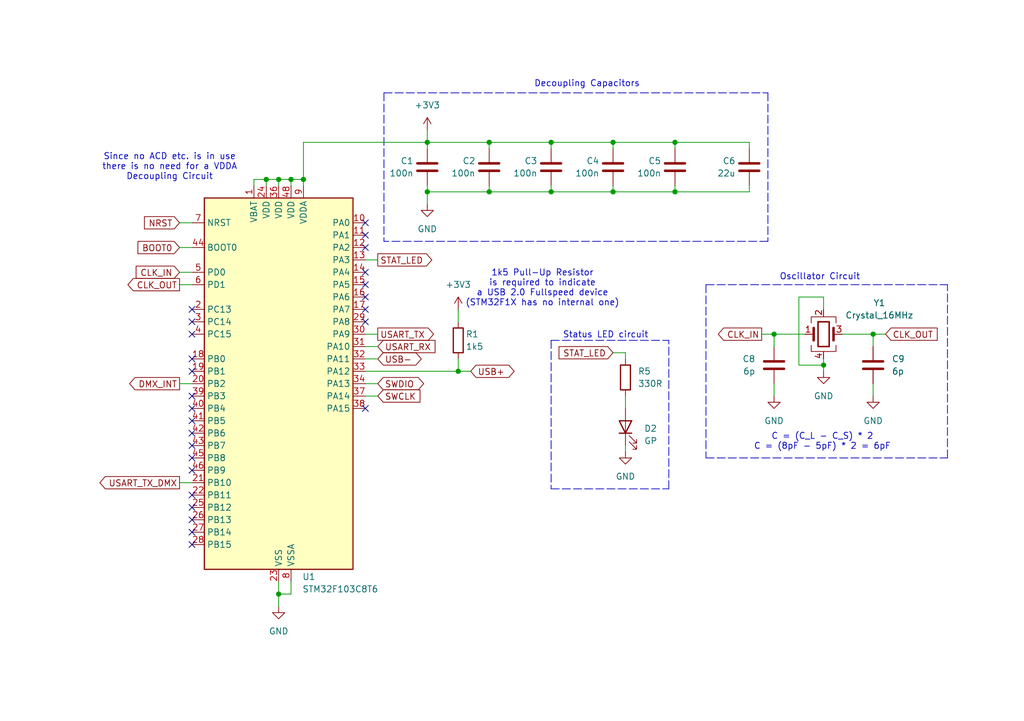
<source format=kicad_sch>
(kicad_sch (version 20250114) (generator "eeschema") (generator_version "9.0")
  (paper "A5")
  (title_block (title "MCU") (date "2025-03-21") (rev "1.0.0") (company "sauer-solutions"))
  (lib_symbols
    (symbol "Device:C" (pin_numbers (hide yes)) (pin_names (offset 0.254))
      (property "Reference" "C" (at 0.635 2.54 0))
      (property "Value" "C" (at 0.635 -2.54 0))
      (symbol "C_0_1"
        (polyline (pts (xy -2.032 0.762) (xy 2.032 0.762)) (stroke (width 0.508)))
        (polyline (pts (xy -2.032 -0.762) (xy 2.032 -0.762)) (stroke (width 0.508)))
      )
      (symbol "C_1_1"
        (pin passive line (at 0 3.81 270) (length 2.794) (name "~") (number "1"))
        (pin passive line (at 0 -3.81 90) (length 2.794) (name "~") (number "2"))
      )
    )
    (symbol "Device:Crystal_GND24" (pin_names (offset 1.016) (hide yes))
      (property "Reference" "Y" (at 3.175 5.08 0))
      (property "Value" "Crystal_GND24" (at 3.175 3.175 0))
      (symbol "Crystal_GND24_0_1"
        (polyline (pts (xy -2.54 2.286) (xy -2.54 3.556) (xy 2.54 3.556) (xy 2.54 2.286)))
        (polyline (pts (xy -2.54 0) (xy -2.032 0)))
        (polyline (pts (xy -2.54 -2.286) (xy -2.54 -3.556) (xy 2.54 -3.556) (xy 2.54 -2.286)))
        (polyline (pts (xy -2.032 -1.27) (xy -2.032 1.27)) (stroke (width 0.508)))
        (rectangle (start -1.143 2.54) (end 1.143 -2.54) (stroke (width 0.3048)))
        (polyline (pts (xy 0 3.556) (xy 0 3.81)))
        (polyline (pts (xy 0 -3.81) (xy 0 -3.556)))
        (polyline (pts (xy 2.032 0) (xy 2.54 0)))
        (polyline (pts (xy 2.032 -1.27) (xy 2.032 1.27)) (stroke (width 0.508)))
      )
      (symbol "Crystal_GND24_1_1"
        (pin passive line (at -3.81 0 0) (length 1.27) (name "1") (number "1"))
        (pin passive line (at 0 5.08 270) (length 1.27) (name "2") (number "2"))
        (pin passive line (at 0 -5.08 90) (length 1.27) (name "4") (number "4"))
        (pin passive line (at 3.81 0 180) (length 1.27) (name "3") (number "3"))
      )
    )
    (symbol "Device:LED" (pin_numbers (hide yes)) (pin_names (offset 1.016) (hide yes))
      (property "Reference" "D" (at 0 2.54 0))
      (property "Value" "LED" (at 0 -2.54 0))
      (symbol "LED_0_1"
        (polyline (pts (xy -3.048 -0.762) (xy -4.572 -2.286) (xy -3.81 -2.286) (xy -4.572 -2.286) (xy -4.572 -1.524)))
        (polyline (pts (xy -1.778 -0.762) (xy -3.302 -2.286) (xy -2.54 -2.286) (xy -3.302 -2.286) (xy -3.302 -1.524)))
        (polyline (pts (xy -1.27 0) (xy 1.27 0)))
        (polyline (pts (xy -1.27 -1.27) (xy -1.27 1.27)) (stroke (width 0.254)))
        (polyline (pts (xy 1.27 -1.27) (xy 1.27 1.27) (xy -1.27 0) (xy 1.27 -1.27)) (stroke (width 0.254)))
      )
      (symbol "LED_1_1"
        (pin passive line (at -3.81 0 0) (length 2.54) (name "K") (number "1"))
        (pin passive line (at 3.81 0 180) (length 2.54) (name "A") (number "2"))
      )
    )
    (symbol "Device:R" (pin_numbers (hide yes)) (pin_names (offset 0))
      (property "Reference" "R" (at 2.032 0 90))
      (property "Value" "R" (at 0 0 90))
      (symbol "R_0_1"
        (rectangle (start -1.016 -2.54) (end 1.016 2.54) (stroke (width 0.254)))
      )
      (symbol "R_1_1"
        (pin passive line (at 0 3.81 270) (length 1.27) (name "~") (number "1"))
        (pin passive line (at 0 -3.81 90) (length 1.27) (name "~") (number "2"))
      )
    )
    (symbol "MCU_ST_STM32F1:STM32F103C8Tx"
      (property "Reference" "U" (at -15.24 39.37 0))
      (property "Value" "STM32F103C8Tx" (at 7.62 39.37 0))
      (symbol "STM32F103C8Tx_0_1"
        (rectangle (start -15.24 -38.1) (end 15.24 38.1) (stroke (width 0.254)) (fill (type background)))
      )
      (symbol "STM32F103C8Tx_1_1"
        (pin input line (at -17.78 33.02 0) (length 2.54) (name "NRST") (number "7"))
        (pin input line (at -17.78 27.94 0) (length 2.54) (name "BOOT0") (number "44"))
        (pin bidirectional line (at -17.78 22.86 0) (length 2.54) (name "PD0") (number "5"))
        (pin bidirectional line (at -17.78 20.32 0) (length 2.54) (name "PD1") (number "6"))
        (pin bidirectional line (at -17.78 15.24 0) (length 2.54) (name "PC13") (number "2"))
        (pin bidirectional line (at -17.78 12.7 0) (length 2.54) (name "PC14") (number "3"))
        (pin bidirectional line (at -17.78 10.16 0) (length 2.54) (name "PC15") (number "4"))
        (pin bidirectional line (at -17.78 5.08 0) (length 2.54) (name "PB0") (number "18"))
        (pin bidirectional line (at -17.78 2.54 0) (length 2.54) (name "PB1") (number "19"))
        (pin bidirectional line (at -17.78 0 0) (length 2.54) (name "PB2") (number "20"))
        (pin bidirectional line (at -17.78 -2.54 0) (length 2.54) (name "PB3") (number "39"))
        (pin bidirectional line (at -17.78 -5.08 0) (length 2.54) (name "PB4") (number "40"))
        (pin bidirectional line (at -17.78 -7.62 0) (length 2.54) (name "PB5") (number "41"))
        (pin bidirectional line (at -17.78 -10.16 0) (length 2.54) (name "PB6") (number "42"))
        (pin bidirectional line (at -17.78 -12.7 0) (length 2.54) (name "PB7") (number "43"))
        (pin bidirectional line (at -17.78 -15.24 0) (length 2.54) (name "PB8") (number "45"))
        (pin bidirectional line (at -17.78 -17.78 0) (length 2.54) (name "PB9") (number "46"))
        (pin bidirectional line (at -17.78 -20.32 0) (length 2.54) (name "PB10") (number "21"))
        (pin bidirectional line (at -17.78 -22.86 0) (length 2.54) (name "PB11") (number "22"))
        (pin bidirectional line (at -17.78 -25.4 0) (length 2.54) (name "PB12") (number "25"))
        (pin bidirectional line (at -17.78 -27.94 0) (length 2.54) (name "PB13") (number "26"))
        (pin bidirectional line (at -17.78 -30.48 0) (length 2.54) (name "PB14") (number "27"))
        (pin bidirectional line (at -17.78 -33.02 0) (length 2.54) (name "PB15") (number "28"))
        (pin power_in line (at -5.08 40.64 270) (length 2.54) (name "VBAT") (number "1"))
        (pin power_in line (at -2.54 40.64 270) (length 2.54) (name "VDD") (number "24"))
        (pin power_in line (at 0 40.64 270) (length 2.54) (name "VDD") (number "36"))
        (pin power_in line (at 0 -40.64 90) (length 2.54) (name "VSS") (number "23"))
        (pin passive line (at 0 -40.64 90) (length 2.54) (hide yes) (name "VSS") (number "35"))
        (pin passive line (at 0 -40.64 90) (length 2.54) (hide yes) (name "VSS") (number "47"))
        (pin power_in line (at 2.54 40.64 270) (length 2.54) (name "VDD") (number "48"))
        (pin power_in line (at 2.54 -40.64 90) (length 2.54) (name "VSSA") (number "8"))
        (pin power_in line (at 5.08 40.64 270) (length 2.54) (name "VDDA") (number "9"))
        (pin bidirectional line (at 17.78 33.02 180) (length 2.54) (name "PA0") (number "10"))
        (pin bidirectional line (at 17.78 30.48 180) (length 2.54) (name "PA1") (number "11"))
        (pin bidirectional line (at 17.78 27.94 180) (length 2.54) (name "PA2") (number "12"))
        (pin bidirectional line (at 17.78 25.4 180) (length 2.54) (name "PA3") (number "13"))
        (pin bidirectional line (at 17.78 22.86 180) (length 2.54) (name "PA4") (number "14"))
        (pin bidirectional line (at 17.78 20.32 180) (length 2.54) (name "PA5") (number "15"))
        (pin bidirectional line (at 17.78 17.78 180) (length 2.54) (name "PA6") (number "16"))
        (pin bidirectional line (at 17.78 15.24 180) (length 2.54) (name "PA7") (number "17"))
        (pin bidirectional line (at 17.78 12.7 180) (length 2.54) (name "PA8") (number "29"))
        (pin bidirectional line (at 17.78 10.16 180) (length 2.54) (name "PA9") (number "30"))
        (pin bidirectional line (at 17.78 7.62 180) (length 2.54) (name "PA10") (number "31"))
        (pin bidirectional line (at 17.78 5.08 180) (length 2.54) (name "PA11") (number "32"))
        (pin bidirectional line (at 17.78 2.54 180) (length 2.54) (name "PA12") (number "33"))
        (pin bidirectional line (at 17.78 0 180) (length 2.54) (name "PA13") (number "34"))
        (pin bidirectional line (at 17.78 -2.54 180) (length 2.54) (name "PA14") (number "37"))
        (pin bidirectional line (at 17.78 -5.08 180) (length 2.54) (name "PA15") (number "38"))
      )
    )
    (symbol "power:+3V3" (power) (pin_numbers (hide yes)) (pin_names (offset 0) (hide yes))
      (property "Value" "+3V3" (at 0 3.556 0))
      (symbol "+3V3_0_1"
        (polyline (pts (xy -0.762 1.27) (xy 0 2.54)))
        (polyline (pts (xy 0 2.54) (xy 0.762 1.27)))
        (polyline (pts (xy 0 0) (xy 0 2.54)))
      )
      (symbol "+3V3_1_1"
        (pin power_in line (at 0 0 90) (length 0) (name "~") (number "1"))
      )
    )
    (symbol "power:GND" (power) (pin_numbers (hide yes)) (pin_names (offset 0) (hide yes))
      (property "Value" "GND" (at 0 -3.81 0))
      (symbol "GND_0_1"
        (polyline (pts (xy 0 0) (xy 0 -1.27) (xy 1.27 -1.27) (xy 0 -2.54) (xy -1.27 -1.27) (xy 0 -1.27)))
      )
      (symbol "GND_1_1"
        (pin power_in line (at 0 0 270) (length 0) (name "~") (number "1"))
      )
    )
  )
  (text "Status LED circuit" (at 124.206 68.834 0) (effects (font (size 1.27 1.27))))
  (text "1k5 Pull-Up Resistor\nis required to indicate\na USB 2.0 Fullspeed device\n(STM32F1X has no internal one)" (at 111.252 59.182 0) (effects (font (size 1.27 1.27))))
  (text "Oscillator Circuit" (at 168.148 56.896 0) (effects (font (size 1.27 1.27))))
  (text "Decoupling Capacitors" (at 120.396 17.272 0) (effects (font (size 1.27 1.27))))
  (text "C = (C_L - C_S) * 2\nC = (8pF - 5pF) * 2 = 6pF" (at 168.656 90.678 0) (effects (font (size 1.27 1.27))))
  (text "Since no ACD etc. is in use\nthere is no need for a VDDA\nDecoupling Circuit" (at 34.798 34.29 0) (effects (font (size 1.27 1.27))))
  (junction (at 168.91 74.93))
  (junction (at 100.33 39.37))
  (junction (at 57.15 36.83))
  (junction (at 59.69 36.83))
  (junction (at 125.73 39.37))
  (junction (at 93.98 76.2))
  (junction (at 113.03 39.37))
  (junction (at 125.73 29.21))
  (junction (at 138.43 39.37))
  (junction (at 87.63 39.37))
  (junction (at 87.63 29.21))
  (junction (at 179.07 68.58))
  (junction (at 62.23 36.83))
  (junction (at 158.75 68.58))
  (junction (at 57.15 121.92))
  (junction (at 54.61 36.83))
  (junction (at 100.33 29.21))
  (junction (at 113.03 29.21))
  (junction (at 138.43 29.21))
  (no_connect (at 39.37 109.22))
  (no_connect (at 39.37 86.36))
  (no_connect (at 74.93 60.96))
  (no_connect (at 39.37 111.76))
  (no_connect (at 39.37 63.5))
  (no_connect (at 74.93 45.72))
  (no_connect (at 39.37 66.04))
  (no_connect (at 74.93 83.82))
  (no_connect (at 74.93 63.5))
  (no_connect (at 74.93 58.42))
  (no_connect (at 74.93 50.8))
  (no_connect (at 39.37 93.98))
  (no_connect (at 39.37 91.44))
  (no_connect (at 39.37 73.66))
  (no_connect (at 74.93 66.04))
  (no_connect (at 39.37 76.2))
  (no_connect (at 39.37 101.6))
  (no_connect (at 39.37 88.9))
  (no_connect (at 39.37 68.58))
  (no_connect (at 74.93 55.88))
  (no_connect (at 39.37 104.14))
  (no_connect (at 39.37 106.68))
  (no_connect (at 74.93 48.26))
  (no_connect (at 39.37 83.82))
  (no_connect (at 39.37 96.52))
  (no_connect (at 39.37 81.28))
  (polyline (pts (xy 137.16 100.33) (xy 137.16 69.85)) (stroke (width 0) (type dash)))
  (wire (pts (xy 74.93 71.12) (xy 77.47 71.12)))
  (wire (pts (xy 179.07 78.74) (xy 179.07 81.28)))
  (wire (pts (xy 153.67 29.21) (xy 138.43 29.21)))
  (wire (pts (xy 87.63 29.21) (xy 100.33 29.21)))
  (wire (pts (xy 57.15 119.38) (xy 57.15 121.92)))
  (wire (pts (xy 62.23 29.21) (xy 87.63 29.21)))
  (wire (pts (xy 62.23 36.83) (xy 59.69 36.83)))
  (wire (pts (xy 87.63 39.37) (xy 87.63 41.91)))
  (wire (pts (xy 100.33 29.21) (xy 100.33 30.48)))
  (wire (pts (xy 100.33 39.37) (xy 87.63 39.37)))
  (polyline (pts (xy 78.74 19.05) (xy 78.74 49.53)) (stroke (width 0) (type dash)))
  (wire (pts (xy 113.03 29.21) (xy 125.73 29.21)))
  (wire (pts (xy 153.67 38.1) (xy 153.67 39.37)))
  (wire (pts (xy 125.73 72.39) (xy 128.27 72.39)))
  (wire (pts (xy 138.43 38.1) (xy 138.43 39.37)))
  (wire (pts (xy 125.73 29.21) (xy 125.73 30.48)))
  (wire (pts (xy 36.83 58.42) (xy 39.37 58.42)))
  (polyline (pts (xy 144.78 93.98) (xy 194.31 93.98)) (stroke (width 0) (type dash)))
  (wire (pts (xy 158.75 78.74) (xy 158.75 81.28)))
  (wire (pts (xy 156.21 68.58) (xy 158.75 68.58)))
  (wire (pts (xy 125.73 29.21) (xy 138.43 29.21)))
  (wire (pts (xy 128.27 81.28) (xy 128.27 83.82)))
  (polyline (pts (xy 144.78 58.42) (xy 144.78 93.98)) (stroke (width 0) (type dash)))
  (wire (pts (xy 74.93 81.28) (xy 77.47 81.28)))
  (polyline (pts (xy 157.48 19.05) (xy 157.48 49.53)) (stroke (width 0) (type dash)))
  (wire (pts (xy 172.72 68.58) (xy 179.07 68.58)))
  (wire (pts (xy 93.98 76.2) (xy 96.52 76.2)))
  (wire (pts (xy 179.07 68.58) (xy 179.07 71.12)))
  (wire (pts (xy 62.23 36.83) (xy 62.23 29.21)))
  (wire (pts (xy 100.33 38.1) (xy 100.33 39.37)))
  (wire (pts (xy 87.63 26.67) (xy 87.63 29.21)))
  (wire (pts (xy 93.98 63.5) (xy 93.98 66.04)))
  (wire (pts (xy 158.75 68.58) (xy 158.75 71.12)))
  (wire (pts (xy 113.03 39.37) (xy 100.33 39.37)))
  (wire (pts (xy 62.23 38.1) (xy 62.23 36.83)))
  (wire (pts (xy 168.91 73.66) (xy 168.91 74.93)))
  (wire (pts (xy 36.83 99.06) (xy 39.37 99.06)))
  (polyline (pts (xy 157.48 49.53) (xy 78.74 49.53)) (stroke (width 0) (type dash)))
  (polyline (pts (xy 194.31 93.98) (xy 194.31 58.42)) (stroke (width 0) (type dash)))
  (wire (pts (xy 74.93 53.34) (xy 77.47 53.34)))
  (wire (pts (xy 128.27 91.44) (xy 128.27 92.71)))
  (wire (pts (xy 54.61 38.1) (xy 54.61 36.83)))
  (wire (pts (xy 74.93 73.66) (xy 77.47 73.66)))
  (wire (pts (xy 113.03 30.48) (xy 113.03 29.21)))
  (polyline (pts (xy 113.03 100.33) (xy 137.16 100.33)) (stroke (width 0) (type dash)))
  (wire (pts (xy 57.15 36.83) (xy 59.69 36.83)))
  (wire (pts (xy 163.83 74.93) (xy 168.91 74.93)))
  (wire (pts (xy 57.15 121.92) (xy 57.15 124.46)))
  (wire (pts (xy 57.15 38.1) (xy 57.15 36.83)))
  (wire (pts (xy 52.07 38.1) (xy 52.07 36.83)))
  (wire (pts (xy 36.83 55.88) (xy 39.37 55.88)))
  (polyline (pts (xy 144.78 58.42) (xy 194.31 58.42)) (stroke (width 0) (type dash)))
  (wire (pts (xy 163.83 60.96) (xy 163.83 74.93)))
  (wire (pts (xy 54.61 36.83) (xy 57.15 36.83)))
  (wire (pts (xy 36.83 50.8) (xy 39.37 50.8)))
  (wire (pts (xy 59.69 36.83) (xy 59.69 38.1)))
  (polyline (pts (xy 113.03 69.85) (xy 137.16 69.85)) (stroke (width 0) (type dash)))
  (wire (pts (xy 59.69 121.92) (xy 57.15 121.92)))
  (wire (pts (xy 128.27 72.39) (xy 128.27 73.66)))
  (wire (pts (xy 168.91 63.5) (xy 168.91 60.96)))
  (wire (pts (xy 87.63 29.21) (xy 87.63 30.48)))
  (wire (pts (xy 36.83 45.72) (xy 39.37 45.72)))
  (wire (pts (xy 113.03 29.21) (xy 100.33 29.21)))
  (wire (pts (xy 125.73 39.37) (xy 113.03 39.37)))
  (wire (pts (xy 87.63 39.37) (xy 87.63 38.1)))
  (wire (pts (xy 168.91 74.93) (xy 168.91 76.2)))
  (wire (pts (xy 36.83 78.74) (xy 39.37 78.74)))
  (wire (pts (xy 59.69 119.38) (xy 59.69 121.92)))
  (wire (pts (xy 168.91 60.96) (xy 163.83 60.96)))
  (polyline (pts (xy 78.74 19.05) (xy 157.48 19.05)) (stroke (width 0) (type dash)))
  (wire (pts (xy 179.07 68.58) (xy 181.61 68.58)))
  (wire (pts (xy 125.73 38.1) (xy 125.73 39.37)))
  (wire (pts (xy 52.07 36.83) (xy 54.61 36.83)))
  (wire (pts (xy 153.67 30.48) (xy 153.67 29.21)))
  (wire (pts (xy 93.98 73.66) (xy 93.98 76.2)))
  (polyline (pts (xy 113.03 69.85) (xy 113.03 100.33)) (stroke (width 0) (type dash)))
  (wire (pts (xy 138.43 29.21) (xy 138.43 30.48)))
  (wire (pts (xy 113.03 38.1) (xy 113.03 39.37)))
  (wire (pts (xy 74.93 78.74) (xy 77.47 78.74)))
  (wire (pts (xy 138.43 39.37) (xy 125.73 39.37)))
  (wire (pts (xy 153.67 39.37) (xy 138.43 39.37)))
  (wire (pts (xy 74.93 76.2) (xy 93.98 76.2)))
  (wire (pts (xy 158.75 68.58) (xy 165.1 68.58)))
  (wire (pts (xy 74.93 68.58) (xy 77.47 68.58)))
  (global_label "USART_RX" (shape input) (at 77.47 71.12 0) (property "Intersheetrefs" "${INTERSHEET_REFS}" (effects (hide yes))))
  (global_label "SWDIO" (shape bidirectional) (at 77.47 78.74 0) (property "Intersheetrefs" "${INTERSHEET_REFS}" (effects (hide yes))))
  (global_label "BOOT0" (shape input) (at 36.83 50.8 180) (property "Intersheetrefs" "${INTERSHEET_REFS}" (effects (hide yes))))
  (global_label "CLK_IN" (shape output) (at 156.21 68.58 180) (property "Intersheetrefs" "${INTERSHEET_REFS}" (effects (hide yes))))
  (global_label "USART_TX_DMX" (shape output) (at 36.83 99.06 180) (property "Intersheetrefs" "${INTERSHEET_REFS}" (effects (hide yes))))
  (global_label "CLK_IN" (shape input) (at 36.83 55.88 180) (property "Intersheetrefs" "${INTERSHEET_REFS}" (effects (hide yes))))
  (global_label "SWCLK" (shape input) (at 77.47 81.28 0) (property "Intersheetrefs" "${INTERSHEET_REFS}" (effects (hide yes))))
  (global_label "USB+" (shape bidirectional) (at 96.52 76.2 0) (property "Intersheetrefs" "${INTERSHEET_REFS}" (effects (hide yes))))
  (global_label "STAT_LED" (shape output) (at 77.47 53.34 0) (property "Intersheetrefs" "${INTERSHEET_REFS}" (effects (hide yes))))
  (global_label "USART_TX" (shape output) (at 77.47 68.58 0) (property "Intersheetrefs" "${INTERSHEET_REFS}" (effects (hide yes))))
  (global_label "NRST" (shape input) (at 36.83 45.72 180) (property "Intersheetrefs" "${INTERSHEET_REFS}" (effects (hide yes))))
  (global_label "DMX_INT" (shape output) (at 36.83 78.74 180) (property "Intersheetrefs" "${INTERSHEET_REFS}" (effects (hide yes))))
  (global_label "USB-" (shape bidirectional) (at 77.47 73.66 0) (property "Intersheetrefs" "${INTERSHEET_REFS}" (effects (hide yes))))
  (global_label "STAT_LED" (shape input) (at 125.73 72.39 180) (property "Intersheetrefs" "${INTERSHEET_REFS}" (effects (hide yes))))
  (global_label "CLK_OUT" (shape input) (at 181.61 68.58 0) (property "Intersheetrefs" "${INTERSHEET_REFS}" (effects (hide yes))))
  (global_label "CLK_OUT" (shape output) (at 36.83 58.42 180) (property "Intersheetrefs" "${INTERSHEET_REFS}" (effects (hide yes))))
  (symbol (lib_id "Device:C") (at 87.63 34.29 0) (mirror y) (unit 1)
    (property "Reference" "C1" (at 84.836 33.02 0) (effects (justify left)))
    (property "Value" "100n" (at 84.836 35.56 0) (effects (justify left)))
    (property "Footprint" "Capacitor_SMD:C_0402_1005Metric" (effects (hide yes)))
    (property "Datasheet" "https://www.mouser.de/ProductDetail/Murata-Electronics/GRM152D70G104ME15D?qs=sGAEpiMZZMuMW9TJLBQkXoKYeER5boKt%252BYt%2F3iYDMEw%3D" (effects (hide yes)))
    (property "Description" "Unpolarized capacitor" (effects (hide yes)))
    (property "Mouser-Nr" "81-GRM152D70G104ME5D" (effects (hide yes)))
  )
  (symbol (lib_id "Device:LED") (at 128.27 87.63 90) (unit 1)
    (property "Reference" "D2" (at 132.08 87.9474 90) (effects (justify right)))
    (property "Value" "GP" (at 132.08 90.4874 90) (effects (justify right)))
    (property "Footprint" "Diode_SMD:D_0603_1608Metric" (effects (hide yes)))
    (property "Datasheet" "https://www.mouser.de/ProductDetail/ROHM-Semiconductor/SML-D12V8WT86?qs=4kLU8WoGk0uh2PhEoCCv1w%3D%3D" (effects (hide yes)))
    (property "Description" "Light emitting diode" (effects (hide yes)))
    (property "Sim.Pins" "1=K 2=A" (effects (hide yes)))
    (property "Mouser-Nr" "755-SML-D12V8WT86" (effects (hide yes)))
  )
  (symbol (lib_id "power:GND") (at 168.91 76.2 0) (unit 1)
    (property "Reference" "#PWR017" (effects (hide yes)))
    (property "Value" "GND" (at 168.91 81.28 0))
    (property "Description" "Power symbol creates a global label with name \"GND\" , ground" (effects (hide yes)))
  )
  (symbol (lib_id "power:GND") (at 158.75 81.28 0) (unit 1)
    (property "Reference" "#PWR018" (effects (hide yes)))
    (property "Value" "GND" (at 158.75 86.36 0))
    (property "Description" "Power symbol creates a global label with name \"GND\" , ground" (effects (hide yes)))
  )
  (symbol (lib_id "Device:C") (at 158.75 74.93 0) (unit 1)
    (property "Reference" "C8" (at 154.94 73.6599 0) (effects (justify right)))
    (property "Value" "6p" (at 154.94 76.1999 0) (effects (justify right)))
    (property "Footprint" "Capacitor_SMD:C_0402_1005Metric" (effects (hide yes)))
    (property "Datasheet" "https://www.mouser.de/ProductDetail/Murata-Electronics/GCQ1555C1H6R0BB01D?qs=0lQeLiL1qyboJshP5ofKfA%3D%3D" (effects (hide yes)))
    (property "Description" "Unpolarized capacitor" (effects (hide yes)))
    (property "Mouser-Nr" "81-GCQ1555C1H6R0BB1D" (effects (hide yes)))
  )
  (symbol (lib_id "Device:C") (at 179.07 74.93 0) (mirror y) (unit 1)
    (property "Reference" "C9" (at 182.88 73.6599 0) (effects (justify right)))
    (property "Value" "6p" (at 182.88 76.1999 0) (effects (justify right)))
    (property "Footprint" "Capacitor_SMD:C_0402_1005Metric" (effects (hide yes)))
    (property "Datasheet" "https://www.mouser.de/ProductDetail/Murata-Electronics/GCQ1555C1H6R0BB01D?qs=0lQeLiL1qyboJshP5ofKfA%3D%3D" (effects (hide yes)))
    (property "Description" "Unpolarized capacitor" (effects (hide yes)))
    (property "Mouser-Nr" "81-GCQ1555C1H6R0BB1D" (effects (hide yes)))
  )
  (symbol (lib_id "Device:R") (at 128.27 77.47 0) (unit 1)
    (property "Reference" "R5" (at 130.81 76.1999 0) (effects (justify left)))
    (property "Value" "330R" (at 130.81 78.7399 0) (effects (justify left)))
    (property "Footprint" "Resistor_SMD:R_0402_1005Metric" (effects (hide yes)))
    (property "Datasheet" "https://www.mouser.de/ProductDetail/Vishay-Dale/CRCW0402330RFKEDHP?qs=sGAEpiMZZMtlubZbdhIBIKMpMWeJoXcV1tfZ%252B52JmGI%3D" (effects (hide yes)))
    (property "Description" "Resistor" (effects (hide yes)))
    (property "Mouser-Nr" "71-CRCW0402330RFKEDH" (effects (hide yes)))
  )
  (symbol (lib_id "power:GND") (at 57.15 124.46 0) (unit 1)
    (property "Reference" "#PWR01" (effects (hide yes)))
    (property "Value" "GND" (at 57.15 129.54 0))
    (property "Description" "Power symbol creates a global label with name \"GND\" , ground" (effects (hide yes)))
  )
  (symbol (lib_id "Device:C") (at 153.67 34.29 0) (mirror y) (unit 1)
    (property "Reference" "C6" (at 150.876 33.02 0) (effects (justify left)))
    (property "Value" "22u" (at 150.876 35.56 0) (effects (justify left)))
    (property "Footprint" "Capacitor_SMD:C_0603_1608Metric" (effects (hide yes)))
    (property "Datasheet" "https://www.mouser.de/ProductDetail/Murata-Electronics/GRM188C80J226ME15D?qs=K0Sa7bCb58I9yTIvpI1jlg%3D%3D" (effects (hide yes)))
    (property "Description" "Unpolarized capacitor" (effects (hide yes)))
    (property "Mouser-Nr" "81-GRM188C80J226ME5D" (effects (hide yes)))
  )
  (symbol (lib_id "Device:Crystal_GND24") (at 168.91 68.58 0) (unit 1)
    (property "Reference" "Y1" (at 180.34 62.1598 0))
    (property "Value" "Crystal_16MHz" (at 180.34 64.6998 0))
    (property "Footprint" "own:Crystal_Wuerth_830108207109" (effects (hide yes)))
    (property "Datasheet" "https://www.mouser.de/ProductDetail/Wurth-Elektronik/830108207109?qs=hWgE7mdIu5S4RrKLDzbRQg%3D%3D" (effects (hide yes)))
    (property "Description" "Four pin crystal, GND on pins 2 and 4" (effects (hide yes)))
    (property "Mouser-Nr" "710-830108207109" (effects (hide yes)))
  )
  (symbol (lib_id "power:GND") (at 179.07 81.28 0) (unit 1)
    (property "Reference" "#PWR019" (effects (hide yes)))
    (property "Value" "GND" (at 179.07 86.36 0))
    (property "Description" "Power symbol creates a global label with name \"GND\" , ground" (effects (hide yes)))
  )
  (symbol (lib_id "Device:R") (at 93.98 69.85 0) (unit 1)
    (property "Reference" "R1" (at 95.504 68.58 0) (effects (justify left)))
    (property "Value" "1k5" (at 95.504 71.12 0) (effects (justify left)))
    (property "Footprint" "Resistor_SMD:R_0402_1005Metric" (effects (hide yes)))
    (property "Datasheet" "https://www.mouser.de/ProductDetail/Panasonic/ERA-2VEB1501X?qs=OlC7AqGiEDkx8XOEQaRGXQ%3D%3D" (effects (hide yes)))
    (property "Description" "Resistor" (effects (hide yes)))
    (property "Mouser-Nr" "667-ERA-2VEB1501X" (effects (hide yes)))
  )
  (symbol (lib_id "power:GND") (at 87.63 41.91 0) (mirror y) (unit 1)
    (property "Reference" "#PWR02" (effects (hide yes)))
    (property "Value" "GND" (at 87.63 46.99 0))
    (property "Description" "Power symbol creates a global label with name \"GND\" , ground" (effects (hide yes)))
  )
  (symbol (lib_id "power:+3V3") (at 87.63 26.67 0) (mirror y) (unit 1)
    (property "Reference" "#PWR03" (effects (hide yes)))
    (property "Value" "+3V3" (at 87.63 21.59 0))
    (property "Description" "Power symbol creates a global label with name \"+3V3\"" (effects (hide yes)))
  )
  (symbol (lib_id "MCU_ST_STM32F1:STM32F103C8Tx") (at 57.15 78.74 0) (unit 1)
    (property "Reference" "U1" (at 61.976 118.364 0) (effects (justify left)))
    (property "Value" "STM32F103C8T6" (at 61.976 120.904 0) (effects (justify left)))
    (property "Footprint" "Package_QFP:LQFP-48_7x7mm_P0.5mm" (effects (hide yes)))
    (property "Datasheet" "https://www.mouser.de/ProductDetail/STMicroelectronics/STM32F103C8T6?qs=bhCVus9SdFtq6kqxsU5%2FDA%3D%3D" (effects (hide yes)))
    (property "Description" "STMicroelectronics Arm Cortex-M3 MCU, 64KB flash, 20KB RAM, 72 MHz, 2.0-3.6V, 37 GPIO, LQFP48" (effects (hide yes)))
    (property "Mouser-Nr" "511-STM32F103C8T6" (effects (hide yes)))
  )
  (symbol (lib_id "Device:C") (at 125.73 34.29 0) (mirror y) (unit 1)
    (property "Reference" "C4" (at 122.936 33.02 0) (effects (justify left)))
    (property "Value" "100n" (at 122.936 35.56 0) (effects (justify left)))
    (property "Footprint" "Capacitor_SMD:C_0402_1005Metric" (effects (hide yes)))
    (property "Datasheet" "https://www.mouser.de/ProductDetail/Murata-Electronics/GRM152D70G104ME15D?qs=sGAEpiMZZMuMW9TJLBQkXoKYeER5boKt%252BYt%2F3iYDMEw%3D" (effects (hide yes)))
    (property "Description" "Unpolarized capacitor" (effects (hide yes)))
    (property "Mouser-Nr" "81-GRM152D70G104ME5D" (effects (hide yes)))
  )
  (symbol (lib_id "power:+3V3") (at 93.98 63.5 0) (unit 1)
    (property "Reference" "#PWR04" (effects (hide yes)))
    (property "Value" "+3V3" (at 93.98 58.42 0))
    (property "Description" "Power symbol creates a global label with name \"+3V3\"" (effects (hide yes)))
  )
  (symbol (lib_id "Device:C") (at 113.03 34.29 0) (mirror y) (unit 1)
    (property "Reference" "C3" (at 110.236 33.02 0) (effects (justify left)))
    (property "Value" "100n" (at 110.236 35.56 0) (effects (justify left)))
    (property "Footprint" "Capacitor_SMD:C_0402_1005Metric" (effects (hide yes)))
    (property "Datasheet" "https://www.mouser.de/ProductDetail/Murata-Electronics/GRM152D70G104ME15D?qs=sGAEpiMZZMuMW9TJLBQkXoKYeER5boKt%252BYt%2F3iYDMEw%3D" (effects (hide yes)))
    (property "Description" "Unpolarized capacitor" (effects (hide yes)))
    (property "Mouser-Nr" "81-GRM152D70G104ME5D" (effects (hide yes)))
  )
  (symbol (lib_id "Device:C") (at 100.33 34.29 0) (mirror y) (unit 1)
    (property "Reference" "C2" (at 97.536 33.02 0) (effects (justify left)))
    (property "Value" "100n" (at 97.536 35.56 0) (effects (justify left)))
    (property "Footprint" "Capacitor_SMD:C_0402_1005Metric" (effects (hide yes)))
    (property "Datasheet" "https://www.mouser.de/ProductDetail/Murata-Electronics/GRM152D70G104ME15D?qs=sGAEpiMZZMuMW9TJLBQkXoKYeER5boKt%252BYt%2F3iYDMEw%3D" (effects (hide yes)))
    (property "Description" "Unpolarized capacitor" (effects (hide yes)))
    (property "Mouser-Nr" "81-GRM152D70G104ME5D" (effects (hide yes)))
  )
  (symbol (lib_id "Device:C") (at 138.43 34.29 0) (mirror y) (unit 1)
    (property "Reference" "C5" (at 135.636 33.02 0) (effects (justify left)))
    (property "Value" "100n" (at 135.636 35.56 0) (effects (justify left)))
    (property "Footprint" "Capacitor_SMD:C_0402_1005Metric" (effects (hide yes)))
    (property "Datasheet" "https://www.mouser.de/ProductDetail/Murata-Electronics/GRM152D70G104ME15D?qs=sGAEpiMZZMuMW9TJLBQkXoKYeER5boKt%252BYt%2F3iYDMEw%3D" (effects (hide yes)))
    (property "Description" "Unpolarized capacitor" (effects (hide yes)))
    (property "Mouser-Nr" "81-GRM152D70G104ME5D" (effects (hide yes)))
  )
  (symbol (lib_id "power:GND") (at 128.27 92.71 0) (unit 1)
    (property "Reference" "#PWR032" (effects (hide yes)))
    (property "Value" "GND" (at 128.27 97.79 0))
    (property "Description" "Power symbol creates a global label with name \"GND\" , ground" (effects (hide yes)))
  )
)
</source>
